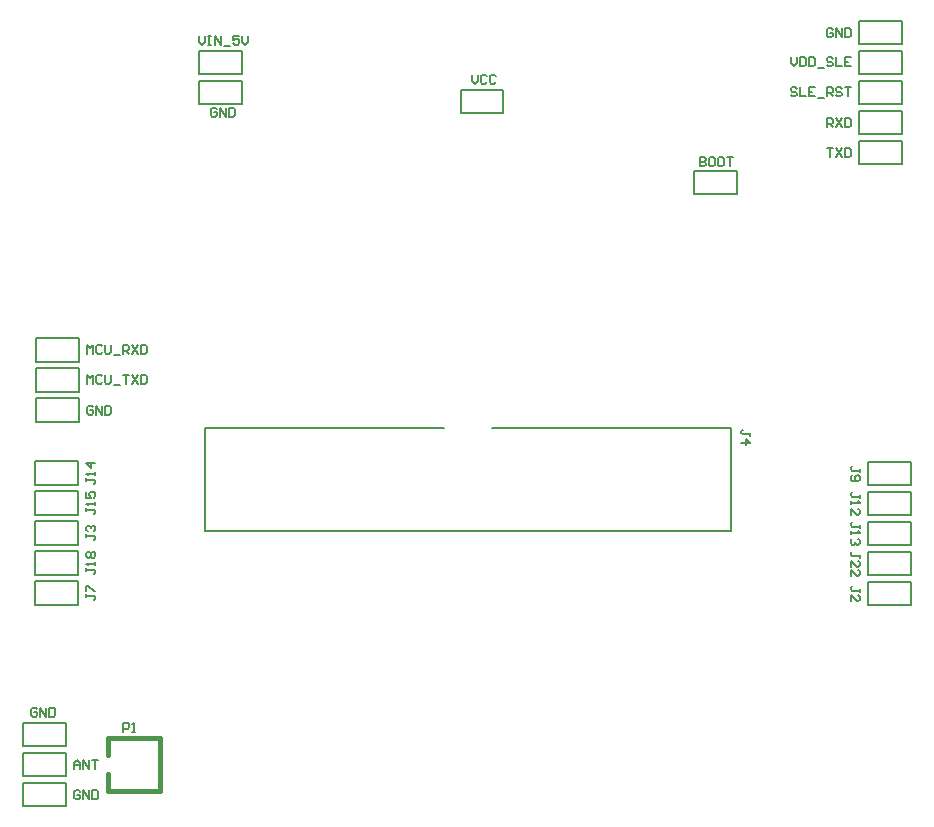
<source format=gto>
G04*
G04 #@! TF.GenerationSoftware,Altium Limited,Altium Designer,18.1.8 (232)*
G04*
G04 Layer_Color=65535*
%FSLAX25Y25*%
%MOIN*%
G70*
G01*
G75*
%ADD10C,0.00600*%
%ADD11C,0.00787*%
%ADD12C,0.01500*%
%ADD13C,0.00500*%
D10*
X59413Y243437D02*
X73587D01*
X59413Y235563D02*
Y243437D01*
Y235563D02*
X73587D01*
Y243437D01*
X146621Y240437D02*
X160794D01*
X146621Y232563D02*
Y240437D01*
Y232563D02*
X160794D01*
Y240437D01*
X224413Y213437D02*
X238587D01*
X224413Y205563D02*
Y213437D01*
Y205563D02*
X238587D01*
Y213437D01*
X59413Y253437D02*
X73587D01*
X59413Y245563D02*
Y253437D01*
Y245563D02*
X73587D01*
Y253437D01*
X713Y21563D02*
X14887D01*
Y29437D01*
X713D02*
X14887D01*
X713Y21563D02*
Y29437D01*
Y1563D02*
X14887D01*
Y9437D01*
X713D02*
X14887D01*
X713Y1563D02*
Y9437D01*
Y11563D02*
X14887D01*
Y19437D01*
X713D02*
X14887D01*
X713Y11563D02*
Y19437D01*
X282426Y86484D02*
X296599D01*
X282426Y78610D02*
Y86484D01*
Y78610D02*
X296599D01*
Y86484D01*
X282426Y96484D02*
X296599D01*
X282426Y88610D02*
Y96484D01*
Y88610D02*
X296599D01*
Y96484D01*
X282426Y106484D02*
X296599D01*
X282426Y98610D02*
Y106484D01*
Y98610D02*
X296599D01*
Y106484D01*
X282426Y116484D02*
X296599D01*
X282426Y108610D02*
Y116484D01*
Y108610D02*
X296599D01*
Y116484D01*
X282426Y76484D02*
X296599D01*
X282426Y68610D02*
Y76484D01*
Y68610D02*
X296599D01*
Y76484D01*
X279413Y243437D02*
X293587D01*
X279413Y235563D02*
Y243437D01*
Y235563D02*
X293587D01*
Y243437D01*
X279413Y263437D02*
X293587D01*
X279413Y255563D02*
Y263437D01*
Y255563D02*
X293587D01*
Y263437D01*
X279413Y253437D02*
X293587D01*
X279413Y245563D02*
Y253437D01*
Y245563D02*
X293587D01*
Y253437D01*
X279413Y233437D02*
X293587D01*
X279413Y225563D02*
Y233437D01*
Y225563D02*
X293587D01*
Y233437D01*
X279413Y223437D02*
X293587D01*
X279413Y215563D02*
Y223437D01*
Y215563D02*
X293587D01*
Y223437D01*
X5013Y129703D02*
X19187D01*
Y137577D01*
X5013D02*
X19187D01*
X5013Y129703D02*
Y137577D01*
Y139703D02*
X19187D01*
Y147577D01*
X5013D02*
X19187D01*
X5013Y139703D02*
Y147577D01*
Y149703D02*
X19187D01*
Y157577D01*
X5013D02*
X19187D01*
X5013Y149703D02*
Y157577D01*
X4787Y78720D02*
X18960D01*
Y86594D01*
X4787D02*
X18960D01*
X4787Y78720D02*
Y86594D01*
X4787Y98721D02*
X18960D01*
Y106595D01*
X4787D02*
X18960D01*
X4787Y98721D02*
Y106595D01*
X4787Y108721D02*
X18960D01*
Y116595D01*
X4787D02*
X18960D01*
X4787Y108721D02*
Y116595D01*
Y68721D02*
X18960D01*
Y76595D01*
X4787D02*
X18960D01*
X4787Y68721D02*
Y76595D01*
Y88721D02*
X18960D01*
Y96595D01*
X4787D02*
X18960D01*
X4787Y88721D02*
Y96595D01*
D11*
X61205Y127626D02*
X141126D01*
X236795Y93374D02*
Y127626D01*
X156874D02*
X236795D01*
X61205Y93374D02*
Y127626D01*
Y93374D02*
X236795D01*
D12*
X28894Y6600D02*
Y12500D01*
X46450Y6600D02*
Y24400D01*
X28995D02*
X46450D01*
X28894Y6600D02*
X46450D01*
X28995Y18600D02*
Y24400D01*
D13*
X59293Y258499D02*
Y256500D01*
X60293Y255500D01*
X61292Y256500D01*
Y258499D01*
X62292D02*
X63292D01*
X62792D01*
Y255500D01*
X62292D01*
X63292D01*
X64791D02*
Y258499D01*
X66790Y255500D01*
Y258499D01*
X67790Y255000D02*
X69789D01*
X72789Y258499D02*
X70789D01*
Y256999D01*
X71789Y257499D01*
X72289D01*
X72789Y256999D01*
Y256000D01*
X72289Y255500D01*
X71289D01*
X70789Y256000D01*
X73788Y258499D02*
Y256500D01*
X74788Y255500D01*
X75788Y256500D01*
Y258499D01*
X279599Y73001D02*
Y74000D01*
Y73501D01*
X277100D01*
X276600Y74000D01*
Y74500D01*
X277100Y75000D01*
X276600Y70002D02*
Y72001D01*
X278599Y70002D01*
X279099D01*
X279599Y70502D01*
Y71501D01*
X279099Y72001D01*
X21801Y92199D02*
Y91200D01*
Y91699D01*
X24300D01*
X24800Y91200D01*
Y90700D01*
X24300Y90200D01*
X22301Y93199D02*
X21801Y93699D01*
Y94699D01*
X22301Y95198D01*
X22801D01*
X23301Y94699D01*
Y94199D01*
Y94699D01*
X23800Y95198D01*
X24300D01*
X24800Y94699D01*
Y93699D01*
X24300Y93199D01*
X243149Y125051D02*
Y126050D01*
Y125550D01*
X240650D01*
X240150Y126050D01*
Y126550D01*
X240650Y127050D01*
X240150Y122552D02*
X243149D01*
X241650Y124051D01*
Y122052D01*
X150207Y245499D02*
Y243500D01*
X151207Y242500D01*
X152207Y243500D01*
Y245499D01*
X155206Y244999D02*
X154706Y245499D01*
X153706D01*
X153206Y244999D01*
Y243000D01*
X153706Y242500D01*
X154706D01*
X155206Y243000D01*
X158205Y244999D02*
X157705Y245499D01*
X156705D01*
X156205Y244999D01*
Y243000D01*
X156705Y242500D01*
X157705D01*
X158205Y243000D01*
X268600Y220999D02*
X270599D01*
X269600D01*
Y218000D01*
X271599Y220999D02*
X273598Y218000D01*
Y220999D02*
X271599Y218000D01*
X274598Y220999D02*
Y218000D01*
X276098D01*
X276597Y218500D01*
Y220499D01*
X276098Y220999D01*
X274598D01*
X21801Y72199D02*
Y71200D01*
Y71700D01*
X24300D01*
X24800Y71200D01*
Y70700D01*
X24300Y70200D01*
X21801Y73199D02*
Y75198D01*
X22301D01*
X24300Y73199D01*
X24800D01*
X22000Y152400D02*
Y155399D01*
X23000Y154399D01*
X23999Y155399D01*
Y152400D01*
X26998Y154899D02*
X26499Y155399D01*
X25499D01*
X24999Y154899D01*
Y152900D01*
X25499Y152400D01*
X26499D01*
X26998Y152900D01*
X27998Y155399D02*
Y152900D01*
X28498Y152400D01*
X29498D01*
X29997Y152900D01*
Y155399D01*
X30997Y151900D02*
X32996D01*
X33996Y152400D02*
Y155399D01*
X35496D01*
X35996Y154899D01*
Y153900D01*
X35496Y153400D01*
X33996D01*
X34996D02*
X35996Y152400D01*
X36995Y155399D02*
X38995Y152400D01*
Y155399D02*
X36995Y152400D01*
X39994Y155399D02*
Y152400D01*
X41494D01*
X41993Y152900D01*
Y154899D01*
X41494Y155399D01*
X39994D01*
X279599Y113001D02*
Y114000D01*
Y113500D01*
X277100D01*
X276600Y114000D01*
Y114500D01*
X277100Y115000D01*
Y112001D02*
X276600Y111501D01*
Y110502D01*
X277100Y110002D01*
X279099D01*
X279599Y110502D01*
Y111501D01*
X279099Y112001D01*
X278599D01*
X278099Y111501D01*
Y110002D01*
X268600Y228000D02*
Y230999D01*
X270099D01*
X270599Y230499D01*
Y229500D01*
X270099Y229000D01*
X268600D01*
X269600D02*
X270599Y228000D01*
X271599Y230999D02*
X273598Y228000D01*
Y230999D02*
X271599Y228000D01*
X274598Y230999D02*
Y228000D01*
X276098D01*
X276597Y228500D01*
Y230499D01*
X276098Y230999D01*
X274598D01*
X22000Y142400D02*
Y145399D01*
X23000Y144399D01*
X23999Y145399D01*
Y142400D01*
X26998Y144899D02*
X26499Y145399D01*
X25499D01*
X24999Y144899D01*
Y142900D01*
X25499Y142400D01*
X26499D01*
X26998Y142900D01*
X27998Y145399D02*
Y142900D01*
X28498Y142400D01*
X29498D01*
X29997Y142900D01*
Y145399D01*
X30997Y141900D02*
X32996D01*
X33996Y145399D02*
X35996D01*
X34996D01*
Y142400D01*
X36995Y145399D02*
X38995Y142400D01*
Y145399D02*
X36995Y142400D01*
X39994Y145399D02*
Y142400D01*
X41494D01*
X41993Y142900D01*
Y144899D01*
X41494Y145399D01*
X39994D01*
X279599Y104301D02*
Y105300D01*
Y104800D01*
X277100D01*
X276600Y105300D01*
Y105800D01*
X277100Y106300D01*
X276600Y103301D02*
Y102301D01*
Y102801D01*
X279599D01*
X279099Y103301D01*
X276600Y98802D02*
Y100802D01*
X278599Y98802D01*
X279099D01*
X279599Y99302D01*
Y100302D01*
X279099Y100802D01*
X279599Y94301D02*
Y95300D01*
Y94801D01*
X277100D01*
X276600Y95300D01*
Y95800D01*
X277100Y96300D01*
X276600Y93301D02*
Y92301D01*
Y92801D01*
X279599D01*
X279099Y93301D01*
Y90802D02*
X279599Y90302D01*
Y89302D01*
X279099Y88802D01*
X278599D01*
X278099Y89302D01*
Y89802D01*
Y89302D01*
X277600Y88802D01*
X277100D01*
X276600Y89302D01*
Y90302D01*
X277100Y90802D01*
X21801Y110899D02*
Y109900D01*
Y110399D01*
X24300D01*
X24800Y109900D01*
Y109400D01*
X24300Y108900D01*
X24800Y111899D02*
Y112899D01*
Y112399D01*
X21801D01*
X22301Y111899D01*
X24800Y115898D02*
X21801D01*
X23301Y114398D01*
Y116398D01*
X21801Y100899D02*
Y99900D01*
Y100399D01*
X24300D01*
X24800Y99900D01*
Y99400D01*
X24300Y98900D01*
X24800Y101899D02*
Y102899D01*
Y102399D01*
X21801D01*
X22301Y101899D01*
X21801Y106398D02*
Y104398D01*
X23301D01*
X22801Y105398D01*
Y105898D01*
X23301Y106398D01*
X24300D01*
X24800Y105898D01*
Y104898D01*
X24300Y104398D01*
X256600Y251299D02*
Y249300D01*
X257600Y248300D01*
X258599Y249300D01*
Y251299D01*
X259599D02*
Y248300D01*
X261099D01*
X261598Y248800D01*
Y250799D01*
X261099Y251299D01*
X259599D01*
X262598D02*
Y248300D01*
X264098D01*
X264597Y248800D01*
Y250799D01*
X264098Y251299D01*
X262598D01*
X265597Y247800D02*
X267597D01*
X270596Y250799D02*
X270096Y251299D01*
X269096D01*
X268596Y250799D01*
Y250299D01*
X269096Y249799D01*
X270096D01*
X270596Y249300D01*
Y248800D01*
X270096Y248300D01*
X269096D01*
X268596Y248800D01*
X271595Y251299D02*
Y248300D01*
X273594D01*
X276593Y251299D02*
X274594D01*
Y248300D01*
X276593D01*
X274594Y249799D02*
X275594D01*
X270599Y260499D02*
X270099Y260999D01*
X269100D01*
X268600Y260499D01*
Y258500D01*
X269100Y258000D01*
X270099D01*
X270599Y258500D01*
Y259500D01*
X269600D01*
X271599Y258000D02*
Y260999D01*
X273598Y258000D01*
Y260999D01*
X274598D02*
Y258000D01*
X276098D01*
X276597Y258500D01*
Y260499D01*
X276098Y260999D01*
X274598D01*
X21801Y80899D02*
Y79900D01*
Y80400D01*
X24300D01*
X24800Y79900D01*
Y79400D01*
X24300Y78900D01*
X24800Y81899D02*
Y82899D01*
Y82399D01*
X21801D01*
X22301Y81899D01*
Y84398D02*
X21801Y84898D01*
Y85898D01*
X22301Y86398D01*
X22801D01*
X23301Y85898D01*
X23800Y86398D01*
X24300D01*
X24800Y85898D01*
Y84898D01*
X24300Y84398D01*
X23800D01*
X23301Y84898D01*
X22801Y84398D01*
X22301D01*
X23301Y84898D02*
Y85898D01*
X65292Y233999D02*
X64792Y234499D01*
X63793D01*
X63293Y233999D01*
Y232000D01*
X63793Y231500D01*
X64792D01*
X65292Y232000D01*
Y232999D01*
X64293D01*
X66292Y231500D02*
Y234499D01*
X68291Y231500D01*
Y234499D01*
X69291D02*
Y231500D01*
X70790D01*
X71290Y232000D01*
Y233999D01*
X70790Y234499D01*
X69291D01*
X226293Y217999D02*
Y215000D01*
X227792D01*
X228292Y215500D01*
Y216000D01*
X227792Y216499D01*
X226293D01*
X227792D01*
X228292Y216999D01*
Y217499D01*
X227792Y217999D01*
X226293D01*
X230791D02*
X229792D01*
X229292Y217499D01*
Y215500D01*
X229792Y215000D01*
X230791D01*
X231291Y215500D01*
Y217499D01*
X230791Y217999D01*
X233790D02*
X232791D01*
X232291Y217499D01*
Y215500D01*
X232791Y215000D01*
X233790D01*
X234290Y215500D01*
Y217499D01*
X233790Y217999D01*
X235290D02*
X237289D01*
X236290D01*
Y215000D01*
X258599Y240799D02*
X258100Y241299D01*
X257100D01*
X256600Y240799D01*
Y240299D01*
X257100Y239799D01*
X258100D01*
X258599Y239300D01*
Y238800D01*
X258100Y238300D01*
X257100D01*
X256600Y238800D01*
X259599Y241299D02*
Y238300D01*
X261598D01*
X264597Y241299D02*
X262598D01*
Y238300D01*
X264597D01*
X262598Y239799D02*
X263598D01*
X265597Y237800D02*
X267597D01*
X268596Y238300D02*
Y241299D01*
X270096D01*
X270596Y240799D01*
Y239799D01*
X270096Y239300D01*
X268596D01*
X269596D02*
X270596Y238300D01*
X273594Y240799D02*
X273095Y241299D01*
X272095D01*
X271595Y240799D01*
Y240299D01*
X272095Y239799D01*
X273095D01*
X273594Y239300D01*
Y238800D01*
X273095Y238300D01*
X272095D01*
X271595Y238800D01*
X274594Y241299D02*
X276593D01*
X275594D01*
Y238300D01*
X279599Y84501D02*
Y85500D01*
Y85000D01*
X277100D01*
X276600Y85500D01*
Y86000D01*
X277100Y86500D01*
X276600Y81502D02*
Y83501D01*
X278599Y81502D01*
X279099D01*
X279599Y82002D01*
Y83001D01*
X279099Y83501D01*
X276600Y78503D02*
Y80502D01*
X278599Y78503D01*
X279099D01*
X279599Y79002D01*
Y80002D01*
X279099Y80502D01*
X23999Y134599D02*
X23499Y135099D01*
X22500D01*
X22000Y134599D01*
Y132600D01*
X22500Y132100D01*
X23499D01*
X23999Y132600D01*
Y133599D01*
X23000D01*
X24999Y132100D02*
Y135099D01*
X26998Y132100D01*
Y135099D01*
X27998D02*
Y132100D01*
X29498D01*
X29997Y132600D01*
Y134599D01*
X29498Y135099D01*
X27998D01*
X5392Y33999D02*
X4892Y34499D01*
X3893D01*
X3393Y33999D01*
Y32000D01*
X3893Y31500D01*
X4892D01*
X5392Y32000D01*
Y33000D01*
X4392D01*
X6392Y31500D02*
Y34499D01*
X8391Y31500D01*
Y34499D01*
X9391D02*
Y31500D01*
X10890D01*
X11390Y32000D01*
Y33999D01*
X10890Y34499D01*
X9391D01*
X17700Y14000D02*
Y15999D01*
X18700Y16999D01*
X19699Y15999D01*
Y14000D01*
Y15499D01*
X17700D01*
X20699Y14000D02*
Y16999D01*
X22698Y14000D01*
Y16999D01*
X23698D02*
X25697D01*
X24698D01*
Y14000D01*
X19699Y6499D02*
X19199Y6999D01*
X18200D01*
X17700Y6499D01*
Y4500D01*
X18200Y4000D01*
X19199D01*
X19699Y4500D01*
Y5500D01*
X18700D01*
X20699Y4000D02*
Y6999D01*
X22698Y4000D01*
Y6999D01*
X23698D02*
Y4000D01*
X25198D01*
X25697Y4500D01*
Y6499D01*
X25198Y6999D01*
X23698D01*
X34000Y26500D02*
Y29499D01*
X35500D01*
X35999Y28999D01*
Y27999D01*
X35500Y27500D01*
X34000D01*
X36999Y26500D02*
X37999D01*
X37499D01*
Y29499D01*
X36999Y28999D01*
M02*

</source>
